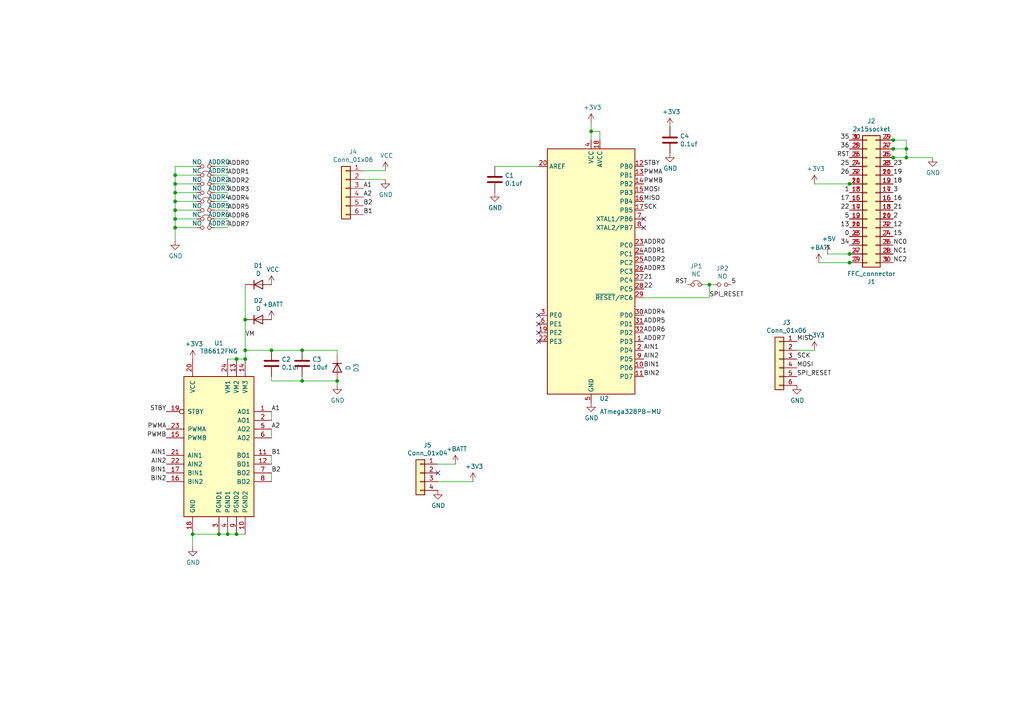
<source format=kicad_sch>
(kicad_sch (version 20230121) (generator eeschema)
  (paper "A4")
  (lib_symbols
    (symbol "Connector_Generic:Conn_01x04" (pin_names (offset 1.016) hide)
      (property "Reference" "J" (at 0 5.08 0))
      (property "Value" "Conn_01x04" (at 0 -7.62 0))
      (symbol "Conn_01x04_1_1"
        (rectangle (start -1.27 -4.953) (end 0 -5.207) (stroke (width 0.1524)))
        (rectangle (start -1.27 -2.413) (end 0 -2.667) (stroke (width 0.1524)))
        (rectangle (start -1.27 0.127) (end 0 -0.127) (stroke (width 0.1524)))
        (rectangle (start -1.27 2.667) (end 0 2.413) (stroke (width 0.1524)))
        (rectangle (start -1.27 3.81) (end 1.27 -6.35) (stroke (width 0.254)) (fill (type background)))
        (pin passive line (at -5.08 2.54 0) (length 3.81) (name "Pin_1") (number "1"))
        (pin passive line (at -5.08 0 0) (length 3.81) (name "Pin_2") (number "2"))
        (pin passive line (at -5.08 -2.54 0) (length 3.81) (name "Pin_3") (number "3"))
        (pin passive line (at -5.08 -5.08 0) (length 3.81) (name "Pin_4") (number "4"))
      )
    )
    (symbol "Connector_Generic:Conn_01x06" (pin_names (offset 1.016) hide)
      (property "Reference" "J" (at 0 7.62 0))
      (property "Value" "Conn_01x06" (at 0 -10.16 0))
      (symbol "Conn_01x06_1_1"
        (rectangle (start -1.27 -7.493) (end 0 -7.747) (stroke (width 0.1524)))
        (rectangle (start -1.27 -4.953) (end 0 -5.207) (stroke (width 0.1524)))
        (rectangle (start -1.27 -2.413) (end 0 -2.667) (stroke (width 0.1524)))
        (rectangle (start -1.27 0.127) (end 0 -0.127) (stroke (width 0.1524)))
        (rectangle (start -1.27 2.667) (end 0 2.413) (stroke (width 0.1524)))
        (rectangle (start -1.27 5.207) (end 0 4.953) (stroke (width 0.1524)))
        (rectangle (start -1.27 6.35) (end 1.27 -8.89) (stroke (width 0.254)) (fill (type background)))
        (pin passive line (at -5.08 5.08 0) (length 3.81) (name "Pin_1") (number "1"))
        (pin passive line (at -5.08 2.54 0) (length 3.81) (name "Pin_2") (number "2"))
        (pin passive line (at -5.08 0 0) (length 3.81) (name "Pin_3") (number "3"))
        (pin passive line (at -5.08 -2.54 0) (length 3.81) (name "Pin_4") (number "4"))
        (pin passive line (at -5.08 -5.08 0) (length 3.81) (name "Pin_5") (number "5"))
        (pin passive line (at -5.08 -7.62 0) (length 3.81) (name "Pin_6") (number "6"))
      )
    )
    (symbol "Connector_Generic:Conn_02x15_Odd_Even" (pin_names (offset 1.016) hide)
      (property "Reference" "J" (at 1.27 20.32 0))
      (property "Value" "Conn_02x15_Odd_Even" (at 1.27 -20.32 0))
      (symbol "Conn_02x15_Odd_Even_1_1"
        (rectangle (start -1.27 -17.653) (end 0 -17.907) (stroke (width 0.1524)))
        (rectangle (start -1.27 -15.113) (end 0 -15.367) (stroke (width 0.1524)))
        (rectangle (start -1.27 -12.573) (end 0 -12.827) (stroke (width 0.1524)))
        (rectangle (start -1.27 -10.033) (end 0 -10.287) (stroke (width 0.1524)))
        (rectangle (start -1.27 -7.493) (end 0 -7.747) (stroke (width 0.1524)))
        (rectangle (start -1.27 -4.953) (end 0 -5.207) (stroke (width 0.1524)))
        (rectangle (start -1.27 -2.413) (end 0 -2.667) (stroke (width 0.1524)))
        (rectangle (start -1.27 0.127) (end 0 -0.127) (stroke (width 0.1524)))
        (rectangle (start -1.27 2.667) (end 0 2.413) (stroke (width 0.1524)))
        (rectangle (start -1.27 5.207) (end 0 4.953) (stroke (width 0.1524)))
        (rectangle (start -1.27 7.747) (end 0 7.493) (stroke (width 0.1524)))
        (rectangle (start -1.27 10.287) (end 0 10.033) (stroke (width 0.1524)))
        (rectangle (start -1.27 12.827) (end 0 12.573) (stroke (width 0.1524)))
        (rectangle (start -1.27 15.367) (end 0 15.113) (stroke (width 0.1524)))
        (rectangle (start -1.27 17.907) (end 0 17.653) (stroke (width 0.1524)))
        (rectangle (start -1.27 19.05) (end 3.81 -19.05) (stroke (width 0.254)) (fill (type background)))
        (rectangle (start 3.81 -17.653) (end 2.54 -17.907) (stroke (width 0.1524)))
        (rectangle (start 3.81 -15.113) (end 2.54 -15.367) (stroke (width 0.1524)))
        (rectangle (start 3.81 -12.573) (end 2.54 -12.827) (stroke (width 0.1524)))
        (rectangle (start 3.81 -10.033) (end 2.54 -10.287) (stroke (width 0.1524)))
        (rectangle (start 3.81 -7.493) (end 2.54 -7.747) (stroke (width 0.1524)))
        (rectangle (start 3.81 -4.953) (end 2.54 -5.207) (stroke (width 0.1524)))
        (rectangle (start 3.81 -2.413) (end 2.54 -2.667) (stroke (width 0.1524)))
        (rectangle (start 3.81 0.127) (end 2.54 -0.127) (stroke (width 0.1524)))
        (rectangle (start 3.81 2.667) (end 2.54 2.413) (stroke (width 0.1524)))
        (rectangle (start 3.81 5.207) (end 2.54 4.953) (stroke (width 0.1524)))
        (rectangle (start 3.81 7.747) (end 2.54 7.493) (stroke (width 0.1524)))
        (rectangle (start 3.81 10.287) (end 2.54 10.033) (stroke (width 0.1524)))
        (rectangle (start 3.81 12.827) (end 2.54 12.573) (stroke (width 0.1524)))
        (rectangle (start 3.81 15.367) (end 2.54 15.113) (stroke (width 0.1524)))
        (rectangle (start 3.81 17.907) (end 2.54 17.653) (stroke (width 0.1524)))
        (pin passive line (at -5.08 17.78 0) (length 3.81) (name "Pin_1") (number "1"))
        (pin passive line (at 7.62 7.62 180) (length 3.81) (name "Pin_10") (number "10"))
        (pin passive line (at -5.08 5.08 0) (length 3.81) (name "Pin_11") (number "11"))
        (pin passive line (at 7.62 5.08 180) (length 3.81) (name "Pin_12") (number "12"))
        (pin passive line (at -5.08 2.54 0) (length 3.81) (name "Pin_13") (number "13"))
        (pin passive line (at 7.62 2.54 180) (length 3.81) (name "Pin_14") (number "14"))
        (pin passive line (at -5.08 0 0) (length 3.81) (name "Pin_15") (number "15"))
        (pin passive line (at 7.62 0 180) (length 3.81) (name "Pin_16") (number "16"))
        (pin passive line (at -5.08 -2.54 0) (length 3.81) (name "Pin_17") (number "17"))
        (pin passive line (at 7.62 -2.54 180) (length 3.81) (name "Pin_18") (number "18"))
        (pin passive line (at -5.08 -5.08 0) (length 3.81) (name "Pin_19") (number "19"))
        (pin passive line (at 7.62 17.78 180) (length 3.81) (name "Pin_2") (number "2"))
        (pin passive line (at 7.62 -5.08 180) (length 3.81) (name "Pin_20") (number "20"))
        (pin passive line (at -5.08 -7.62 0) (length 3.81) (name "Pin_21") (number "21"))
        (pin passive line (at 7.62 -7.62 180) (length 3.81) (name "Pin_22") (number "22"))
        (pin passive line (at -5.08 -10.16 0) (length 3.81) (name "Pin_23") (number "23"))
        (pin passive line (at 7.62 -10.16 180) (length 3.81) (name "Pin_24") (number "24"))
        (pin passive line (at -5.08 -12.7 0) (length 3.81) (name "Pin_25") (number "25"))
        (pin passive line (at 7.62 -12.7 180) (length 3.81) (name "Pin_26") (number "26"))
        (pin passive line (at -5.08 -15.24 0) (length 3.81) (name "Pin_27") (number "27"))
        (pin passive line (at 7.62 -15.24 180) (length 3.81) (name "Pin_28") (number "28"))
        (pin passive line (at -5.08 -17.78 0) (length 3.81) (name "Pin_29") (number "29"))
        (pin passive line (at -5.08 15.24 0) (length 3.81) (name "Pin_3") (number "3"))
        (pin passive line (at 7.62 -17.78 180) (length 3.81) (name "Pin_30") (number "30"))
        (pin passive line (at 7.62 15.24 180) (length 3.81) (name "Pin_4") (number "4"))
        (pin passive line (at -5.08 12.7 0) (length 3.81) (name "Pin_5") (number "5"))
        (pin passive line (at 7.62 12.7 180) (length 3.81) (name "Pin_6") (number "6"))
        (pin passive line (at -5.08 10.16 0) (length 3.81) (name "Pin_7") (number "7"))
        (pin passive line (at 7.62 10.16 180) (length 3.81) (name "Pin_8") (number "8"))
        (pin passive line (at -5.08 7.62 0) (length 3.81) (name "Pin_9") (number "9"))
      )
    )
    (symbol "Device:C" (pin_numbers hide) (pin_names (offset 0.254))
      (property "Reference" "C" (at 0.635 2.54 0))
      (property "Value" "C" (at 0.635 -2.54 0))
      (symbol "C_0_1"
        (polyline (pts (xy -2.032 -0.762) (xy 2.032 -0.762)) (stroke (width 0.508)))
        (polyline (pts (xy -2.032 0.762) (xy 2.032 0.762)) (stroke (width 0.508)))
      )
      (symbol "C_1_1"
        (pin passive line (at 0 3.81 270) (length 2.794) (name "~") (number "1"))
        (pin passive line (at 0 -3.81 90) (length 2.794) (name "~") (number "2"))
      )
    )
    (symbol "Device:D" (pin_numbers hide) (pin_names (offset 1.016) hide)
      (property "Reference" "D" (at 0 2.54 0))
      (property "Value" "D" (at 0 -2.54 0))
      (symbol "D_0_1"
        (polyline (pts (xy -1.27 1.27) (xy -1.27 -1.27)) (stroke (width 0.254)))
        (polyline (pts (xy 1.27 0) (xy -1.27 0)))
        (polyline (pts (xy 1.27 1.27) (xy 1.27 -1.27) (xy -1.27 0) (xy 1.27 1.27)) (stroke (width 0.254)))
      )
      (symbol "D_1_1"
        (pin passive line (at -3.81 0 0) (length 2.54) (name "K") (number "1"))
        (pin passive line (at 3.81 0 180) (length 2.54) (name "A") (number "2"))
      )
    )
    (symbol "I2cMotorsForM5Stack-rescue:+3.3V-power" (power) (pin_names (offset 0))
      (property "Value" "+3.3V-power" (at 0 3.556 0))
      (symbol "+3.3V-power_0_1"
        (polyline (pts (xy -0.762 1.27) (xy 0 2.54)))
        (polyline (pts (xy 0 0) (xy 0 2.54)))
        (polyline (pts (xy 0 2.54) (xy 0.762 1.27)))
      )
      (symbol "+3.3V-power_1_1"
        (pin power_in line (at 0 0 90) (length 0) hide (name "+3V3") (number "1"))
      )
    )
    (symbol "I2cMotorsForM5Stack-rescue:ATmega328PB-MU-MCU_Microchip_ATmega-I2cMotorsForM5Stack-rescue"
      (property "Reference" "U" (at -12.7 36.83 0))
      (property "Value" "I2cMotorsForM5Stack-rescue_ATmega328PB-MU-MCU_Microchip_ATmega" (at 2.54 -36.83 0))
      (symbol "ATmega328PB-MU-MCU_Microchip_ATmega-I2cMotorsForM5Stack-rescue_0_1"
        (rectangle (start -12.7 -35.56) (end 12.7 35.56) (stroke (width 0.254)) (fill (type background)))
      )
      (symbol "ATmega328PB-MU-MCU_Microchip_ATmega-I2cMotorsForM5Stack-rescue_1_1"
        (pin bidirectional line (at 15.24 -20.32 180) (length 2.54) (name "PD3") (number "1"))
        (pin bidirectional line (at 15.24 -27.94 180) (length 2.54) (name "PD6") (number "10"))
        (pin bidirectional line (at 15.24 -30.48 180) (length 2.54) (name "PD7") (number "11"))
        (pin bidirectional line (at 15.24 30.48 180) (length 2.54) (name "PB0") (number "12"))
        (pin bidirectional line (at 15.24 27.94 180) (length 2.54) (name "PB1") (number "13"))
        (pin bidirectional line (at 15.24 25.4 180) (length 2.54) (name "PB2") (number "14"))
        (pin bidirectional line (at 15.24 22.86 180) (length 2.54) (name "PB3") (number "15"))
        (pin bidirectional line (at 15.24 20.32 180) (length 2.54) (name "PB4") (number "16"))
        (pin bidirectional line (at 15.24 17.78 180) (length 2.54) (name "PB5") (number "17"))
        (pin power_in line (at 2.54 38.1 270) (length 2.54) (name "AVCC") (number "18"))
        (pin bidirectional line (at -15.24 -17.78 0) (length 2.54) (name "PE2") (number "19"))
        (pin bidirectional line (at 15.24 -22.86 180) (length 2.54) (name "PD4") (number "2"))
        (pin passive line (at -15.24 30.48 0) (length 2.54) (name "AREF") (number "20"))
        (pin passive line (at 0 -38.1 90) (length 2.54) hide (name "GND") (number "21"))
        (pin bidirectional line (at -15.24 -20.32 0) (length 2.54) (name "PE3") (number "22"))
        (pin bidirectional line (at 15.24 7.62 180) (length 2.54) (name "PC0") (number "23"))
        (pin bidirectional line (at 15.24 5.08 180) (length 2.54) (name "PC1") (number "24"))
        (pin bidirectional line (at 15.24 2.54 180) (length 2.54) (name "PC2") (number "25"))
        (pin bidirectional line (at 15.24 0 180) (length 2.54) (name "PC3") (number "26"))
        (pin bidirectional line (at 15.24 -2.54 180) (length 2.54) (name "PC4") (number "27"))
        (pin bidirectional line (at 15.24 -5.08 180) (length 2.54) (name "PC5") (number "28"))
        (pin bidirectional line (at 15.24 -7.62 180) (length 2.54) (name "~{RESET}/PC6") (number "29"))
        (pin bidirectional line (at -15.24 -12.7 0) (length 2.54) (name "PE0") (number "3"))
        (pin bidirectional line (at 15.24 -12.7 180) (length 2.54) (name "PD0") (number "30"))
        (pin bidirectional line (at 15.24 -15.24 180) (length 2.54) (name "PD1") (number "31"))
        (pin bidirectional line (at 15.24 -17.78 180) (length 2.54) (name "PD2") (number "32"))
        (pin passive line (at 0 -38.1 90) (length 2.54) hide (name "GND") (number "33"))
        (pin power_in line (at 0 38.1 270) (length 2.54) (name "VCC") (number "4"))
        (pin power_in line (at 0 -38.1 90) (length 2.54) (name "GND") (number "5"))
        (pin bidirectional line (at -15.24 -15.24 0) (length 2.54) (name "PE1") (number "6"))
        (pin bidirectional line (at 15.24 15.24 180) (length 2.54) (name "XTAL1/PB6") (number "7"))
        (pin bidirectional line (at 15.24 12.7 180) (length 2.54) (name "XTAL2/PB7") (number "8"))
        (pin bidirectional line (at 15.24 -25.4 180) (length 2.54) (name "PD5") (number "9"))
      )
    )
    (symbol "I2cMotorsForM5Stack-rescue:Jumper_NC_Small-Device-I2cMotorsForM5Stack-rescue" (pin_numbers hide) (pin_names (offset 0.762) hide)
      (property "Reference" "JP" (at 0 2.032 0))
      (property "Value" "I2cMotorsForM5Stack-rescue_Jumper_NC_Small-Device" (at 0.254 -1.524 0))
      (symbol "Jumper_NC_Small-Device-I2cMotorsForM5Stack-rescue_0_1"
        (circle (center -1.016 0) (radius 0.508))
        (circle (center 1.016 0) (radius 0.508))
        (arc (start 1.016 0.762) (mid 0 1.1828) (end -1.016 0.762))
        (pin passive line (at -2.54 0 0) (length 1.016) (name "1") (number "1"))
        (pin passive line (at 2.54 0 180) (length 1.016) (name "2") (number "2"))
      )
    )
    (symbol "I2cMotorsForM5Stack-rescue:Jumper_NO_Small-Device-I2cMotorsForM5Stack-rescue" (pin_numbers hide) (pin_names (offset 0.762) hide)
      (property "Reference" "JP" (at 0 2.032 0))
      (property "Value" "I2cMotorsForM5Stack-rescue_Jumper_NO_Small-Device" (at 0.254 -1.524 0))
      (symbol "Jumper_NO_Small-Device-I2cMotorsForM5Stack-rescue_0_1"
        (circle (center -1.016 0) (radius 0.508))
        (circle (center 1.016 0) (radius 0.508))
        (pin passive line (at -2.54 0 0) (length 1.016) (name "1") (number "1"))
        (pin passive line (at 2.54 0 180) (length 1.016) (name "2") (number "2"))
      )
    )
    (symbol "I2cMotorsForM5Stack-rescue:TB6612FNG-Driver_Motor-I2cMotorsForM5Stack-rescue" (pin_names (offset 1.016))
      (property "Reference" "U" (at 11.43 17.78 0))
      (property "Value" "I2cMotorsForM5Stack-rescue_TB6612FNG-Driver_Motor" (at 11.43 15.24 0))
      (symbol "TB6612FNG-Driver_Motor-I2cMotorsForM5Stack-rescue_0_1"
        (rectangle (start -10.16 20.32) (end 10.16 -20.32) (stroke (width 0.254)) (fill (type background)))
      )
      (symbol "TB6612FNG-Driver_Motor-I2cMotorsForM5Stack-rescue_1_1"
        (pin power_out line (at 15.24 10.16 180) (length 5.08) (name "AO1") (number "1"))
        (pin power_in line (at 7.62 -25.4 90) (length 5.08) (name "PGND2") (number "10"))
        (pin power_out line (at 15.24 -2.54 180) (length 5.08) (name "BO1") (number "11"))
        (pin power_out line (at 15.24 -5.08 180) (length 5.08) (name "BO1") (number "12"))
        (pin power_in line (at 5.08 25.4 270) (length 5.08) (name "VM2") (number "13"))
        (pin power_in line (at 7.62 25.4 270) (length 5.08) (name "VM3") (number "14"))
        (pin input line (at -15.24 2.54 0) (length 5.08) (name "PWMB") (number "15"))
        (pin input line (at -15.24 -10.16 0) (length 5.08) (name "BIN2") (number "16"))
        (pin input line (at -15.24 -7.62 0) (length 5.08) (name "BIN1") (number "17"))
        (pin power_in line (at -7.62 -25.4 90) (length 5.08) (name "GND") (number "18"))
        (pin input inverted (at -15.24 10.16 0) (length 5.08) (name "STBY") (number "19"))
        (pin power_out line (at 15.24 7.62 180) (length 5.08) (name "AO1") (number "2"))
        (pin power_in line (at -7.62 25.4 270) (length 5.08) (name "VCC") (number "20"))
        (pin input line (at -15.24 -2.54 0) (length 5.08) (name "AIN1") (number "21"))
        (pin input line (at -15.24 -5.08 0) (length 5.08) (name "AIN2") (number "22"))
        (pin input line (at -15.24 5.08 0) (length 5.08) (name "PWMA") (number "23"))
        (pin power_in line (at 2.54 25.4 270) (length 5.08) (name "VM1") (number "24"))
        (pin power_in line (at 0 -25.4 90) (length 5.08) (name "PGND1") (number "3"))
        (pin power_in line (at 2.54 -25.4 90) (length 5.08) (name "PGND1") (number "4"))
        (pin power_out line (at 15.24 5.08 180) (length 5.08) (name "AO2") (number "5"))
        (pin power_out line (at 15.24 2.54 180) (length 5.08) (name "AO2") (number "6"))
        (pin power_out line (at 15.24 -7.62 180) (length 5.08) (name "BO2") (number "7"))
        (pin power_out line (at 15.24 -10.16 180) (length 5.08) (name "BO2") (number "8"))
        (pin power_in line (at 5.08 -25.4 90) (length 5.08) (name "PGND2") (number "9"))
      )
    )
    (symbol "power:+3V3" (power) (pin_names (offset 0))
      (property "Value" "+3V3" (at 0 3.556 0))
      (symbol "+3V3_0_1"
        (polyline (pts (xy -0.762 1.27) (xy 0 2.54)))
        (polyline (pts (xy 0 0) (xy 0 2.54)))
        (polyline (pts (xy 0 2.54) (xy 0.762 1.27)))
      )
      (symbol "+3V3_1_1"
        (pin power_in line (at 0 0 90) (length 0) hide (name "+3V3") (number "1"))
      )
    )
    (symbol "power:+5V" (power) (pin_names (offset 0))
      (property "Value" "+5V" (at 0 3.556 0))
      (symbol "+5V_0_1"
        (polyline (pts (xy -0.762 1.27) (xy 0 2.54)))
        (polyline (pts (xy 0 0) (xy 0 2.54)))
        (polyline (pts (xy 0 2.54) (xy 0.762 1.27)))
      )
      (symbol "+5V_1_1"
        (pin power_in line (at 0 0 90) (length 0) hide (name "+5V") (number "1"))
      )
    )
    (symbol "power:+BATT" (power) (pin_names (offset 0))
      (property "Value" "+BATT" (at 0 3.556 0))
      (symbol "+BATT_0_1"
        (polyline (pts (xy -0.762 1.27) (xy 0 2.54)))
        (polyline (pts (xy 0 0) (xy 0 2.54)))
        (polyline (pts (xy 0 2.54) (xy 0.762 1.27)))
      )
      (symbol "+BATT_1_1"
        (pin power_in line (at 0 0 90) (length 0) hide (name "+BATT") (number "1"))
      )
    )
    (symbol "power:GND" (power) (pin_names (offset 0))
      (property "Value" "GND" (at 0 -3.81 0))
      (symbol "GND_0_1"
        (polyline (pts (xy 0 0) (xy 0 -1.27) (xy 1.27 -1.27) (xy 0 -2.54) (xy -1.27 -1.27) (xy 0 -1.27)))
      )
      (symbol "GND_1_1"
        (pin power_in line (at 0 0 270) (length 0) hide (name "GND") (number "1"))
      )
    )
    (symbol "power:VCC" (power) (pin_names (offset 0))
      (property "Value" "VCC" (at 0 3.81 0))
      (symbol "VCC_0_1"
        (polyline (pts (xy -0.762 1.27) (xy 0 2.54)))
        (polyline (pts (xy 0 0) (xy 0 2.54)))
        (polyline (pts (xy 0 2.54) (xy 0.762 1.27)))
      )
      (symbol "VCC_1_1"
        (pin power_in line (at 0 0 90) (length 0) hide (name "VCC") (number "1"))
      )
    )
  )
  (junction (at 246.38 73.66))
  (junction (at 68.58 154.94))
  (junction (at 50.8 63.5))
  (junction (at 55.88 154.94))
  (junction (at 259.08 40.64))
  (junction (at 97.79 110.49))
  (junction (at 63.5 154.94))
  (junction (at 68.58 104.14))
  (junction (at 78.74 101.6))
  (junction (at 259.08 45.72))
  (junction (at 71.12 92.71))
  (junction (at 71.12 104.14))
  (junction (at 50.8 60.96))
  (junction (at 66.04 154.94))
  (junction (at 262.89 45.72))
  (junction (at 50.8 50.8))
  (junction (at 246.38 76.2))
  (junction (at 259.08 43.18))
  (junction (at 246.38 53.34))
  (junction (at 262.89 43.18))
  (junction (at 50.8 53.34))
  (junction (at 87.63 101.6))
  (junction (at 205.74 82.55))
  (junction (at 50.8 58.42))
  (junction (at 50.8 55.88))
  (junction (at 171.45 38.1))
  (junction (at 87.63 110.49))
  (junction (at 50.8 66.04))
  (junction (at 71.12 101.6))
  (no_connect (at 156.21 96.52))
  (no_connect (at 186.69 66.04))
  (no_connect (at 186.69 63.5))
  (no_connect (at 156.21 91.44))
  (no_connect (at 156.21 99.06))
  (no_connect (at 127 137.16))
  (no_connect (at 156.21 93.98))
  (wire (pts (xy 68.58 104.14) (xy 66.04 104.14)))
  (wire (pts (xy 205.74 82.55) (xy 205.74 86.36)))
  (wire (pts (xy 246.38 53.34) (xy 236.22 53.34)))
  (wire (pts (xy 66.04 58.42) (xy 62.23 58.42)))
  (wire (pts (xy 259.08 45.72) (xy 262.89 45.72)))
  (wire (pts (xy 171.45 35.56) (xy 171.45 38.1)))
  (wire (pts (xy 207.01 82.55) (xy 205.74 82.55)))
  (wire (pts (xy 171.45 38.1) (xy 171.45 40.64)))
  (wire (pts (xy 57.15 58.42) (xy 50.8 58.42)))
  (wire (pts (xy 57.15 53.34) (xy 50.8 53.34)))
  (wire (pts (xy 78.74 110.49) (xy 78.74 109.22)))
  (wire (pts (xy 50.8 66.04) (xy 57.15 66.04)))
  (wire (pts (xy 63.5 154.94) (xy 66.04 154.94)))
  (wire (pts (xy 205.74 86.36) (xy 186.69 86.36)))
  (wire (pts (xy 50.8 55.88) (xy 50.8 58.42)))
  (wire (pts (xy 50.8 58.42) (xy 50.8 60.96)))
  (wire (pts (xy 259.08 40.64) (xy 262.89 40.64)))
  (wire (pts (xy 259.08 43.18) (xy 262.89 43.18)))
  (wire (pts (xy 66.04 48.26) (xy 62.23 48.26)))
  (wire (pts (xy 78.74 137.16) (xy 78.74 139.7)))
  (wire (pts (xy 57.15 48.26) (xy 50.8 48.26)))
  (wire (pts (xy 62.23 60.96) (xy 66.04 60.96)))
  (wire (pts (xy 171.45 38.1) (xy 173.99 38.1)))
  (wire (pts (xy 127 139.7) (xy 137.16 139.7)))
  (wire (pts (xy 62.23 66.04) (xy 66.04 66.04)))
  (wire (pts (xy 246.38 73.66) (xy 240.03 73.66)))
  (wire (pts (xy 237.49 76.2) (xy 246.38 76.2)))
  (wire (pts (xy 50.8 50.8) (xy 50.8 53.34)))
  (wire (pts (xy 262.89 45.72) (xy 270.51 45.72)))
  (wire (pts (xy 50.8 60.96) (xy 57.15 60.96)))
  (wire (pts (xy 143.51 48.26) (xy 156.21 48.26)))
  (wire (pts (xy 97.79 110.49) (xy 87.63 110.49)))
  (wire (pts (xy 57.15 63.5) (xy 50.8 63.5)))
  (wire (pts (xy 50.8 48.26) (xy 50.8 50.8)))
  (wire (pts (xy 105.41 49.53) (xy 111.76 49.53)))
  (wire (pts (xy 62.23 50.8) (xy 66.04 50.8)))
  (wire (pts (xy 55.88 158.75) (xy 55.88 154.94)))
  (wire (pts (xy 78.74 134.62) (xy 78.74 132.08)))
  (wire (pts (xy 132.08 134.62) (xy 127 134.62)))
  (wire (pts (xy 262.89 43.18) (xy 262.89 45.72)))
  (wire (pts (xy 262.89 40.64) (xy 262.89 43.18)))
  (wire (pts (xy 66.04 154.94) (xy 68.58 154.94)))
  (wire (pts (xy 66.04 63.5) (xy 62.23 63.5)))
  (wire (pts (xy 87.63 110.49) (xy 78.74 110.49)))
  (wire (pts (xy 62.23 55.88) (xy 66.04 55.88)))
  (wire (pts (xy 97.79 111.76) (xy 97.79 110.49)))
  (wire (pts (xy 71.12 101.6) (xy 71.12 104.14)))
  (wire (pts (xy 173.99 38.1) (xy 173.99 40.64)))
  (wire (pts (xy 97.79 102.87) (xy 97.79 101.6)))
  (wire (pts (xy 78.74 119.38) (xy 78.74 121.92)))
  (wire (pts (xy 50.8 63.5) (xy 50.8 66.04)))
  (wire (pts (xy 97.79 101.6) (xy 87.63 101.6)))
  (wire (pts (xy 50.8 66.04) (xy 50.8 69.85)))
  (wire (pts (xy 111.76 52.07) (xy 105.41 52.07)))
  (wire (pts (xy 71.12 82.55) (xy 71.12 92.71)))
  (wire (pts (xy 71.12 92.71) (xy 71.12 101.6)))
  (wire (pts (xy 87.63 110.49) (xy 87.63 109.22)))
  (wire (pts (xy 50.8 53.34) (xy 50.8 55.88)))
  (wire (pts (xy 71.12 104.14) (xy 68.58 104.14)))
  (wire (pts (xy 78.74 127) (xy 78.74 124.46)))
  (wire (pts (xy 71.12 101.6) (xy 78.74 101.6)))
  (wire (pts (xy 55.88 154.94) (xy 63.5 154.94)))
  (wire (pts (xy 78.74 101.6) (xy 87.63 101.6)))
  (wire (pts (xy 236.22 101.6) (xy 231.14 101.6)))
  (wire (pts (xy 50.8 55.88) (xy 57.15 55.88)))
  (wire (pts (xy 68.58 154.94) (xy 71.12 154.94)))
  (wire (pts (xy 50.8 60.96) (xy 50.8 63.5)))
  (wire (pts (xy 205.74 82.55) (xy 204.47 82.55)))
  (wire (pts (xy 66.04 53.34) (xy 62.23 53.34)))
  (wire (pts (xy 50.8 50.8) (xy 57.15 50.8)))
  (label "ADDR2" (at 66.04 53.34 0))
  (label "MOSI" (at 186.69 55.88 0))
  (label "AIN1" (at 186.69 101.6 0))
  (label "21" (at 186.69 81.28 0))
  (label "A2" (at 78.74 124.46 0))
  (label "B2" (at 105.41 59.69 0))
  (label "21" (at 259.08 60.96 0))
  (label "ADDR5" (at 66.04 60.96 0))
  (label "ADDR5" (at 186.69 93.98 0))
  (label "AIN2" (at 48.26 134.62 180))
  (label "13" (at 246.38 66.04 180))
  (label "MOSI" (at 231.14 106.68 0))
  (label "ADDR3" (at 186.69 78.74 0))
  (label "STBY" (at 48.26 119.38 180))
  (label "B1" (at 105.41 62.23 0))
  (label "ADDR0" (at 186.69 71.12 0))
  (label "SPI_RESET" (at 205.74 86.36 0))
  (label "MISO" (at 231.14 99.06 0))
  (label "ADDR7" (at 66.04 66.04 0))
  (label "18" (at 259.08 53.34 0))
  (label "ADDR7" (at 186.69 99.06 0))
  (label "17" (at 246.38 58.42 180))
  (label "SPI_RESET" (at 231.14 109.22 0))
  (label "SCK" (at 186.69 60.96 0))
  (label "ADDR0" (at 66.04 48.26 0))
  (label "AIN1" (at 48.26 132.08 180))
  (label "NC0" (at 259.08 71.12 0))
  (label "PWMB" (at 48.26 127 180))
  (label "PWMA" (at 48.26 124.46 180))
  (label "AIN2" (at 186.69 104.14 0))
  (label "ADDR3" (at 66.04 55.88 0))
  (label "35" (at 246.38 40.64 180))
  (label "34" (at 246.38 71.12 180))
  (label "5" (at 246.38 63.5 180))
  (label "ADDR2" (at 186.69 76.2 0))
  (label "VM" (at 71.12 97.79 0))
  (label "22" (at 186.69 83.82 0))
  (label "2" (at 259.08 63.5 0))
  (label "B1" (at 78.74 132.08 0))
  (label "ADDR4" (at 66.04 58.42 0))
  (label "ADDR6" (at 66.04 63.5 0))
  (label "RST" (at 246.38 45.72 180))
  (label "PWMB" (at 186.69 53.34 0))
  (label "NC1" (at 259.08 73.66 0))
  (label "22" (at 246.38 60.96 180))
  (label "A1" (at 105.41 54.61 0))
  (label "A1" (at 78.74 119.38 0))
  (label "ADDR1" (at 186.69 73.66 0))
  (label "STBY" (at 186.69 48.26 0))
  (label "3" (at 259.08 55.88 0))
  (label "PWMA" (at 186.69 50.8 0))
  (label "1" (at 246.38 55.88 180))
  (label "15" (at 259.08 68.58 0))
  (label "SCK" (at 231.14 104.14 0))
  (label "36" (at 246.38 43.18 180))
  (label "B2" (at 78.74 137.16 0))
  (label "A2" (at 105.41 57.15 0))
  (label "MISO" (at 186.69 58.42 0))
  (label "NC2" (at 259.08 76.2 0))
  (label "BIN1" (at 48.26 137.16 180))
  (label "5" (at 212.09 82.55 0))
  (label "ADDR1" (at 66.04 50.8 0))
  (label "ADDR6" (at 186.69 96.52 0))
  (label "26" (at 246.38 50.8 180))
  (label "BIN2" (at 186.69 109.22 0))
  (label "16" (at 259.08 58.42 0))
  (label "BIN1" (at 186.69 106.68 0))
  (label "0" (at 246.38 68.58 180))
  (label "ADDR4" (at 186.69 91.44 0))
  (label "23" (at 259.08 48.26 0))
  (label "25" (at 246.38 48.26 180))
  (label "RST" (at 199.39 82.55 180))
  (label "19" (at 259.08 50.8 0))
  (label "BIN2" (at 48.26 139.7 180))
  (label "12" (at 259.08 66.04 0))
  (symbol (lib_id "power:+5V") (at 240.03 73.66 0) (unit 1)
    (property "Reference" "#PWR0105" (effects hide))
    (property "Value" "+5V" (at 240.411 69.2658 0))
  )
  (symbol (lib_id "power:+BATT") (at 237.49 76.2 0) (unit 1)
    (property "Reference" "#PWR0106" (effects hide))
    (property "Value" "+BATT" (at 237.871 71.8058 0))
  )
  (symbol (lib_id "power:GND") (at 270.51 45.72 0) (unit 1)
    (property "Reference" "#PWR0109" (effects hide))
    (property "Value" "GND" (at 270.637 50.1142 0))
  )
  (symbol (lib_id "I2cMotorsForM5Stack-rescue:+3.3V-power") (at 236.22 53.34 0) (unit 1)
    (property "Reference" "#PWR0113" (effects hide))
    (property "Value" "+3.3V" (at 236.601 48.9458 0))
  )
  (symbol (lib_id "Connector_Generic:Conn_02x15_Odd_Even") (at 254 58.42 180) (unit 1)
    (property "Reference" "J1" (at 252.73 81.7118 0))
    (property "Value" "FFC_connector" (at 252.73 79.4004 0))
    (property "Footprint" "Connector_FFC-FPC:Hirose_FH12-30S-0.5SH_1x30-1MP_P0.50mm_Horizontal" (effects hide))
  )
  (symbol (lib_id "power:GND") (at 171.45 116.84 0) (unit 1)
    (property "Reference" "#PWR0101" (effects hide))
    (property "Value" "GND" (at 171.577 121.2342 0))
  )
  (symbol (lib_id "power:+3V3") (at 171.45 35.56 0) (unit 1)
    (property "Reference" "#PWR0102" (effects hide))
    (property "Value" "+3V3" (at 171.831 31.1658 0))
  )
  (symbol (lib_id "Device:C") (at 143.51 52.07 0) (unit 1)
    (property "Reference" "C1" (at 146.431 50.9016 0) (effects (justify left)))
    (property "Value" "0.1uf" (at 146.431 53.213 0) (effects (justify left)))
    (property "Footprint" "Capacitor_SMD:C_0603_1608Metric" (effects hide))
  )
  (symbol (lib_id "power:GND") (at 143.51 55.88 0) (unit 1)
    (property "Reference" "#PWR0103" (effects hide))
    (property "Value" "GND" (at 143.637 60.2742 0))
  )
  (symbol (lib_id "I2cMotorsForM5Stack-rescue:TB6612FNG-Driver_Motor-I2cMotorsForM5Stack-rescue") (at 63.5 129.54 0) (unit 1)
    (property "Reference" "U1" (at 63.5 99.5426 0))
    (property "Value" "TB6612FNG" (at 63.5 101.854 0))
    (property "Footprint" "Package_SO:SSOP-24_5.3x8.2mm_P0.65mm" (effects hide))
    (property "Datasheet" "https://toshiba.semicon-storage.com/us/product/linear/motordriver/detail.TB6612FNG.html" (effects hide))
  )
  (symbol (lib_id "power:GND") (at 55.88 158.75 0) (unit 1)
    (property "Reference" "#PWR0104" (effects hide))
    (property "Value" "GND" (at 56.007 163.1442 0))
  )
  (symbol (lib_id "power:+BATT") (at 78.74 92.71 0) (unit 1)
    (property "Reference" "#PWR0107" (effects hide))
    (property "Value" "+BATT" (at 79.121 88.3158 0))
  )
  (symbol (lib_id "power:+3V3") (at 55.88 104.14 0) (unit 1)
    (property "Reference" "#PWR0108" (effects hide))
    (property "Value" "+3V3" (at 56.261 99.7458 0))
  )
  (symbol (lib_id "I2cMotorsForM5Stack-rescue:Jumper_NC_Small-Device-I2cMotorsForM5Stack-rescue") (at 201.93 82.55 0) (unit 1)
    (property "Reference" "JP1" (at 201.93 77.1652 0))
    (property "Value" "NC" (at 201.93 79.4766 0))
    (property "Footprint" "Jumper:SolderJumper-2_P1.3mm_Bridged_RoundedPad1.0x1.5mm" (effects hide))
  )
  (symbol (lib_id "I2cMotorsForM5Stack-rescue:Jumper_NO_Small-Device-I2cMotorsForM5Stack-rescue") (at 209.55 82.55 0) (unit 1)
    (property "Reference" "JP2" (at 209.55 77.851 0))
    (property "Value" "NO" (at 209.55 80.1624 0))
    (property "Footprint" "Jumper:SolderJumper-2_P1.3mm_Open_RoundedPad1.0x1.5mm" (effects hide))
  )
  (symbol (lib_id "Connector_Generic:Conn_01x06") (at 226.06 104.14 0) (mirror y) (unit 1)
    (property "Reference" "J3" (at 228.1428 93.5482 0))
    (property "Value" "Conn_01x06" (at 228.1428 95.8596 0))
    (property "Footprint" "footprints:2x03_P2.54mm_Pads" (effects hide))
  )
  (symbol (lib_id "Device:C") (at 78.74 105.41 0) (unit 1)
    (property "Reference" "C2" (at 81.661 104.2416 0) (effects (justify left)))
    (property "Value" "0.1uf" (at 81.661 106.553 0) (effects (justify left)))
    (property "Footprint" "Capacitor_SMD:C_0603_1608Metric" (effects hide))
  )
  (symbol (lib_id "Device:C") (at 87.63 105.41 0) (unit 1)
    (property "Reference" "C3" (at 90.551 104.2416 0) (effects (justify left)))
    (property "Value" "10uf" (at 90.551 106.553 0) (effects (justify left)))
    (property "Footprint" "Capacitor_SMD:C_0805_2012Metric" (effects hide))
  )
  (symbol (lib_id "power:GND") (at 97.79 111.76 0) (unit 1)
    (property "Reference" "#PWR0110" (effects hide))
    (property "Value" "GND" (at 97.917 116.1542 0))
  )
  (symbol (lib_id "power:+3V3") (at 194.31 36.83 0) (unit 1)
    (property "Reference" "#PWR0111" (effects hide))
    (property "Value" "+3V3" (at 194.691 32.4358 0))
  )
  (symbol (lib_id "power:GND") (at 194.31 44.45 0) (unit 1)
    (property "Reference" "#PWR0112" (effects hide))
    (property "Value" "GND" (at 194.437 48.8442 0))
  )
  (symbol (lib_id "Device:C") (at 194.31 40.64 0) (unit 1)
    (property "Reference" "C4" (at 197.231 39.4716 0) (effects (justify left)))
    (property "Value" "0.1uf" (at 197.231 41.783 0) (effects (justify left)))
    (property "Footprint" "Capacitor_SMD:C_0603_1608Metric" (effects hide))
  )
  (symbol (lib_id "power:GND") (at 231.14 111.76 0) (unit 1)
    (property "Reference" "#PWR0114" (effects hide))
    (property "Value" "GND" (at 231.267 116.1542 0))
  )
  (symbol (lib_id "power:+3V3") (at 236.22 101.6 0) (unit 1)
    (property "Reference" "#PWR0115" (effects hide))
    (property "Value" "+3V3" (at 236.601 97.2058 0))
  )
  (symbol (lib_id "power:GND") (at 50.8 69.85 0) (unit 1)
    (property "Reference" "#PWR0117" (effects hide))
    (property "Value" "GND" (at 50.927 74.2442 0))
  )
  (symbol (lib_id "Connector_Generic:Conn_01x06") (at 100.33 54.61 0) (mirror y) (unit 1)
    (property "Reference" "J4" (at 102.4128 44.0182 0))
    (property "Value" "Conn_01x06" (at 102.4128 46.3296 0))
    (property "Footprint" "TerminalBlock:TerminalBlock_bornier-6_P5.08mm" (effects hide))
  )
  (symbol (lib_id "Device:D") (at 74.93 92.71 0) (unit 1)
    (property "Reference" "D2" (at 74.93 87.1982 0))
    (property "Value" "D" (at 74.93 89.5096 0))
    (property "Footprint" "Diode_SMD:D_SOD-123F" (effects hide))
  )
  (symbol (lib_id "Device:D") (at 74.93 82.55 0) (mirror x) (unit 1)
    (property "Reference" "D1" (at 74.93 77.0382 0))
    (property "Value" "D" (at 74.93 79.3496 0))
    (property "Footprint" "Diode_SMD:D_SOD-123F" (effects hide))
  )
  (symbol (lib_id "power:VCC") (at 78.74 82.55 0) (unit 1)
    (property "Reference" "#PWR0118" (effects hide))
    (property "Value" "VCC" (at 79.121 78.1558 0))
  )
  (symbol (lib_id "I2cMotorsForM5Stack-rescue:ATmega328PB-MU-MCU_Microchip_ATmega-I2cMotorsForM5Stack-rescue") (at 171.45 78.74 0) (unit 1)
    (property "Reference" "U2" (at 175.26 115.57 0))
    (property "Value" "ATmega328PB-MU" (at 182.88 119.38 0))
    (property "Footprint" "Package_DFN_QFN:QFN-32-1EP_5x5mm_P0.5mm_EP3.1x3.1mm" (effects hide))
    (property "Datasheet" "http://ww1.microchip.com/downloads/en/DeviceDoc/40001906C.pdf" (effects hide))
  )
  (symbol (lib_id "power:VCC") (at 111.76 49.53 0) (unit 1)
    (property "Reference" "#PWR0119" (effects hide))
    (property "Value" "VCC" (at 112.141 45.1358 0))
  )
  (symbol (lib_id "power:GND") (at 111.76 52.07 0) (unit 1)
    (property "Reference" "#PWR0120" (effects hide))
    (property "Value" "GND" (at 111.887 56.4642 0))
  )
  (symbol (lib_id "Device:D") (at 97.79 106.68 270) (unit 1)
    (property "Reference" "D3" (at 103.3018 106.68 0))
    (property "Value" "D" (at 100.9904 106.68 0))
    (property "Footprint" "Diode_SMD:D_SOD-123F" (effects hide))
  )
  (symbol (lib_id "Connector_Generic:Conn_02x15_Odd_Even") (at 251.46 58.42 0) (unit 1)
    (property "Reference" "J2" (at 252.73 35.1282 0))
    (property "Value" "2x15socket" (at 252.73 37.4396 0))
    (property "Footprint" "my-kicad-footprints:PinSocket_2x15_P2.54mm_Vertical_SMD_just_for_M5Stack_bottom" (effects hide))
  )
  (symbol (lib_id "I2cMotorsForM5Stack-rescue:Jumper_NC_Small-Device-I2cMotorsForM5Stack-rescue") (at 59.69 50.8 0) (unit 1)
    (property "Reference" "ADDR1" (at 63.5 49.53 0))
    (property "Value" "NC" (at 57.15 49.53 0))
    (property "Footprint" "Jumper:SolderJumper-2_P1.3mm_Bridged_RoundedPad1.0x1.5mm" (effects hide))
  )
  (symbol (lib_id "I2cMotorsForM5Stack-rescue:Jumper_NO_Small-Device-I2cMotorsForM5Stack-rescue") (at 59.69 48.26 0) (unit 1)
    (property "Reference" "ADDR0" (at 63.5 46.99 0))
    (property "Value" "NO" (at 57.15 46.99 0))
    (property "Footprint" "Jumper:SolderJumper-2_P1.3mm_Open_RoundedPad1.0x1.5mm" (effects hide))
  )
  (symbol (lib_id "I2cMotorsForM5Stack-rescue:Jumper_NO_Small-Device-I2cMotorsForM5Stack-rescue") (at 59.69 53.34 0) (unit 1)
    (property "Reference" "ADDR2" (at 63.5 52.07 0))
    (property "Value" "NO" (at 57.15 52.07 0))
    (property "Footprint" "Jumper:SolderJumper-2_P1.3mm_Open_RoundedPad1.0x1.5mm" (effects hide))
  )
  (symbol (lib_id "I2cMotorsForM5Stack-rescue:Jumper_NO_Small-Device-I2cMotorsForM5Stack-rescue") (at 59.69 55.88 0) (unit 1)
    (property "Reference" "ADDR3" (at 63.5 54.61 0))
    (property "Value" "NO" (at 57.15 54.61 0))
    (property "Footprint" "Jumper:SolderJumper-2_P1.3mm_Open_RoundedPad1.0x1.5mm" (effects hide))
  )
  (symbol (lib_id "I2cMotorsForM5Stack-rescue:Jumper_NC_Small-Device-I2cMotorsForM5Stack-rescue") (at 59.69 58.42 0) (unit 1)
    (property "Reference" "ADDR4" (at 63.5 57.15 0))
    (property "Value" "NC" (at 57.15 57.15 0))
    (property "Footprint" "Jumper:SolderJumper-2_P1.3mm_Bridged_RoundedPad1.0x1.5mm" (effects hide))
  )
  (symbol (lib_id "I2cMotorsForM5Stack-rescue:Jumper_NO_Small-Device-I2cMotorsForM5Stack-rescue") (at 59.69 60.96 0) (unit 1)
    (property "Reference" "ADDR5" (at 63.5 59.69 0))
    (property "Value" "NO" (at 57.15 59.69 0))
    (property "Footprint" "Jumper:SolderJumper-2_P1.3mm_Open_RoundedPad1.0x1.5mm" (effects hide))
  )
  (symbol (lib_id "I2cMotorsForM5Stack-rescue:Jumper_NC_Small-Device-I2cMotorsForM5Stack-rescue") (at 59.69 63.5 0) (unit 1)
    (property "Reference" "ADDR6" (at 63.5 62.23 0))
    (property "Value" "NC" (at 57.15 62.23 0))
    (property "Footprint" "Jumper:SolderJumper-2_P1.3mm_Bridged_RoundedPad1.0x1.5mm" (effects hide))
  )
  (symbol (lib_id "I2cMotorsForM5Stack-rescue:Jumper_NO_Small-Device-I2cMotorsForM5Stack-rescue") (at 59.69 66.04 0) (unit 1)
    (property "Reference" "ADDR7" (at 63.5 64.77 0))
    (property "Value" "NO" (at 57.15 64.77 0))
    (property "Footprint" "Jumper:SolderJumper-2_P1.3mm_Open_RoundedPad1.0x1.5mm" (effects hide))
  )
  (symbol (lib_id "Connector_Generic:Conn_01x04") (at 121.92 137.16 0) (mirror y) (unit 1)
    (property "Reference" "J5" (at 124.0028 129.1082 0))
    (property "Value" "Conn_01x04" (at 124.0028 131.4196 0))
    (property "Footprint" "Connector:NS-Tech_Grove_1x04_P2mm_Vertical" (effects hide))
  )
  (symbol (lib_id "power:GND") (at 127 142.24 0) (unit 1)
    (property "Reference" "#PWR0116" (effects hide))
    (property "Value" "GND" (at 127.127 146.6342 0))
  )
  (symbol (lib_id "power:+3V3") (at 137.16 139.7 0) (unit 1)
    (property "Reference" "#PWR0123" (effects hide))
    (property "Value" "+3V3" (at 137.541 135.3058 0))
  )
  (symbol (lib_id "power:+BATT") (at 132.08 134.62 0) (unit 1)
    (property "Reference" "#PWR0124" (effects hide))
    (property "Value" "+BATT" (at 132.461 130.2258 0))
  )
)
</source>
